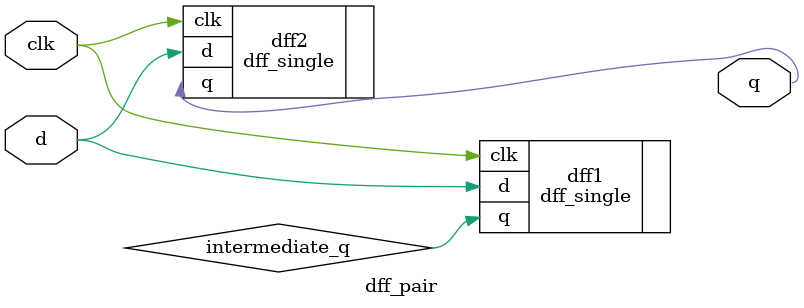
<source format=sv>
module dff_pair(clk, d, q);
	input logic clk, d;
	output logic q;
	logic intermediate_q;

	dff_single dff1(.clk(clk), .d(d), .q(intermediate_q));
	dff_single dff2(.clk(clk), .d(d), .q(q));
endmodule
</source>
